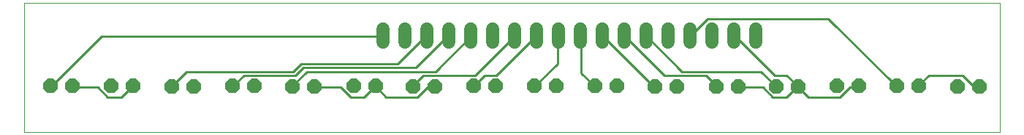
<source format=gtl>
G75*
%MOIN*%
%OFA0B0*%
%FSLAX24Y24*%
%IPPOS*%
%LPD*%
%AMOC8*
5,1,8,0,0,1.08239X$1,22.5*
%
%ADD10C,0.0000*%
%ADD11C,0.0600*%
%ADD12OC8,0.0660*%
%ADD13C,0.0100*%
D10*
X000100Y000100D02*
X000100Y006006D01*
X044588Y006006D01*
X044588Y000100D01*
X000100Y000100D01*
D11*
X016470Y004233D02*
X016470Y004833D01*
X017470Y004833D02*
X017470Y004233D01*
X018470Y004233D02*
X018470Y004833D01*
X019470Y004833D02*
X019470Y004233D01*
X020470Y004233D02*
X020470Y004833D01*
X021470Y004833D02*
X021470Y004233D01*
X022470Y004233D02*
X022470Y004833D01*
X023470Y004833D02*
X023470Y004233D01*
X024470Y004233D02*
X024470Y004833D01*
X025470Y004833D02*
X025470Y004233D01*
X026470Y004233D02*
X026470Y004833D01*
X027470Y004833D02*
X027470Y004233D01*
X028470Y004233D02*
X028470Y004833D01*
X029470Y004833D02*
X029470Y004233D01*
X030470Y004233D02*
X030470Y004833D01*
X031470Y004833D02*
X031470Y004233D01*
X032470Y004233D02*
X032470Y004833D01*
X033470Y004833D02*
X033470Y004233D01*
D12*
X032643Y002198D03*
X031643Y002198D03*
X029868Y002198D03*
X028868Y002198D03*
X027112Y002206D03*
X026112Y002206D03*
X024356Y002206D03*
X023356Y002206D03*
X021600Y002206D03*
X020600Y002206D03*
X018836Y002202D03*
X017836Y002202D03*
X016108Y002214D03*
X015108Y002214D03*
X013336Y002194D03*
X012336Y002194D03*
X010600Y002222D03*
X009600Y002222D03*
X007832Y002198D03*
X006832Y002198D03*
X005065Y002218D03*
X004065Y002218D03*
X002301Y002218D03*
X001301Y002218D03*
X034383Y002202D03*
X035383Y002202D03*
X037143Y002214D03*
X038143Y002214D03*
X039887Y002210D03*
X040887Y002210D03*
X042639Y002194D03*
X043639Y002194D03*
D13*
X043593Y002238D01*
X043323Y002238D01*
X042873Y002688D01*
X041343Y002688D01*
X040893Y002238D01*
X040887Y002210D01*
X039887Y002210D02*
X039813Y002238D01*
X036753Y005298D01*
X031263Y005298D01*
X030543Y004578D01*
X030470Y004533D01*
X032470Y004533D02*
X032523Y004488D01*
X034323Y002688D01*
X034863Y002688D01*
X035313Y002238D01*
X035383Y002202D01*
X035403Y002148D01*
X035853Y001698D01*
X037293Y001698D01*
X037743Y002148D01*
X038103Y002148D01*
X038143Y002214D01*
X035383Y002202D02*
X035313Y002148D01*
X034863Y001698D01*
X034233Y001698D01*
X033783Y002148D01*
X032703Y002148D01*
X032643Y002198D01*
X031643Y002198D02*
X031623Y002238D01*
X031173Y002688D01*
X029283Y002688D01*
X027483Y004488D01*
X027470Y004533D01*
X026493Y004488D02*
X026470Y004533D01*
X026493Y004488D02*
X028833Y002148D01*
X028868Y002198D01*
X026112Y002206D02*
X026043Y002238D01*
X025503Y002778D01*
X025503Y004488D01*
X025470Y004533D01*
X024470Y004533D02*
X024423Y004488D01*
X024423Y003228D01*
X023433Y002238D01*
X023356Y002206D01*
X021093Y002688D02*
X020643Y002238D01*
X020600Y002206D01*
X018836Y002202D02*
X018753Y002148D01*
X018483Y002148D01*
X018033Y001698D01*
X016593Y001698D01*
X016143Y002148D01*
X016108Y002214D01*
X016053Y002148D01*
X015603Y001698D01*
X014973Y001698D01*
X014523Y002148D01*
X013353Y002148D01*
X013336Y002194D01*
X012993Y002868D02*
X012363Y002238D01*
X012336Y002194D01*
X010113Y002688D02*
X009663Y002238D01*
X009600Y002222D01*
X007503Y002868D02*
X006873Y002238D01*
X006832Y002198D01*
X005065Y002218D02*
X004983Y002148D01*
X004533Y001698D01*
X003903Y001698D01*
X003453Y002148D01*
X002373Y002148D01*
X002301Y002218D01*
X001383Y002238D02*
X001301Y002218D01*
X001383Y002238D02*
X003633Y004488D01*
X016413Y004488D01*
X016470Y004533D01*
X017133Y003228D02*
X018393Y004488D01*
X018470Y004533D01*
X019383Y004488D02*
X019470Y004533D01*
X019383Y004488D02*
X017943Y003048D01*
X012813Y003048D01*
X012453Y002688D01*
X010113Y002688D01*
X012363Y002868D02*
X007503Y002868D01*
X012363Y002868D02*
X012723Y003228D01*
X017133Y003228D01*
X018843Y002868D02*
X012993Y002868D01*
X017836Y002202D02*
X017853Y002238D01*
X018303Y002688D01*
X020643Y002688D01*
X022443Y004488D01*
X022470Y004533D01*
X023433Y004488D02*
X023470Y004533D01*
X023433Y004488D02*
X021633Y002688D01*
X021093Y002688D01*
X020463Y004488D02*
X018843Y002868D01*
X028473Y004488D02*
X030093Y002868D01*
X033693Y002868D01*
X034323Y002238D01*
X034383Y002202D01*
X028473Y004488D02*
X028470Y004533D01*
X020470Y004533D02*
X020463Y004488D01*
M02*

</source>
